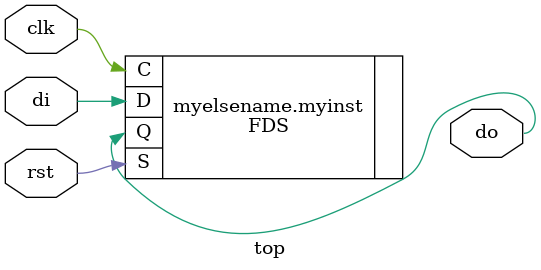
<source format=v>
module top (
    input   clk,
    input   rst,
    input   di,
    output  do
);
    
  // parameter TEST_COND = 1;
  parameter TEST_COND = 0;

  generate
  
      if (TEST_COND)
          begin : myifname
              FDR myinst (.C(clk), .D(di), .Q(do), .R(rst)); 
	      // Post-synthesis name : myifname.myinst
          end
      else
          begin : myelsename
              FDS myinst (.C(clk), .D(di), .Q(do), .S(rst)); 
	      // Post-synthesis name : myelsename.myinst
          end
      
  endgenerate

endmodule

</source>
